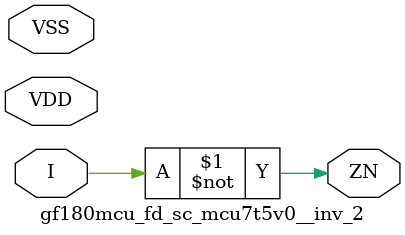
<source format=v>

module gf180mcu_fd_sc_mcu7t5v0__inv_2( I, ZN, VDD, VSS );
input I;
inout VDD, VSS;
output ZN;

	not MGM_BG_0( ZN, I );

endmodule

</source>
